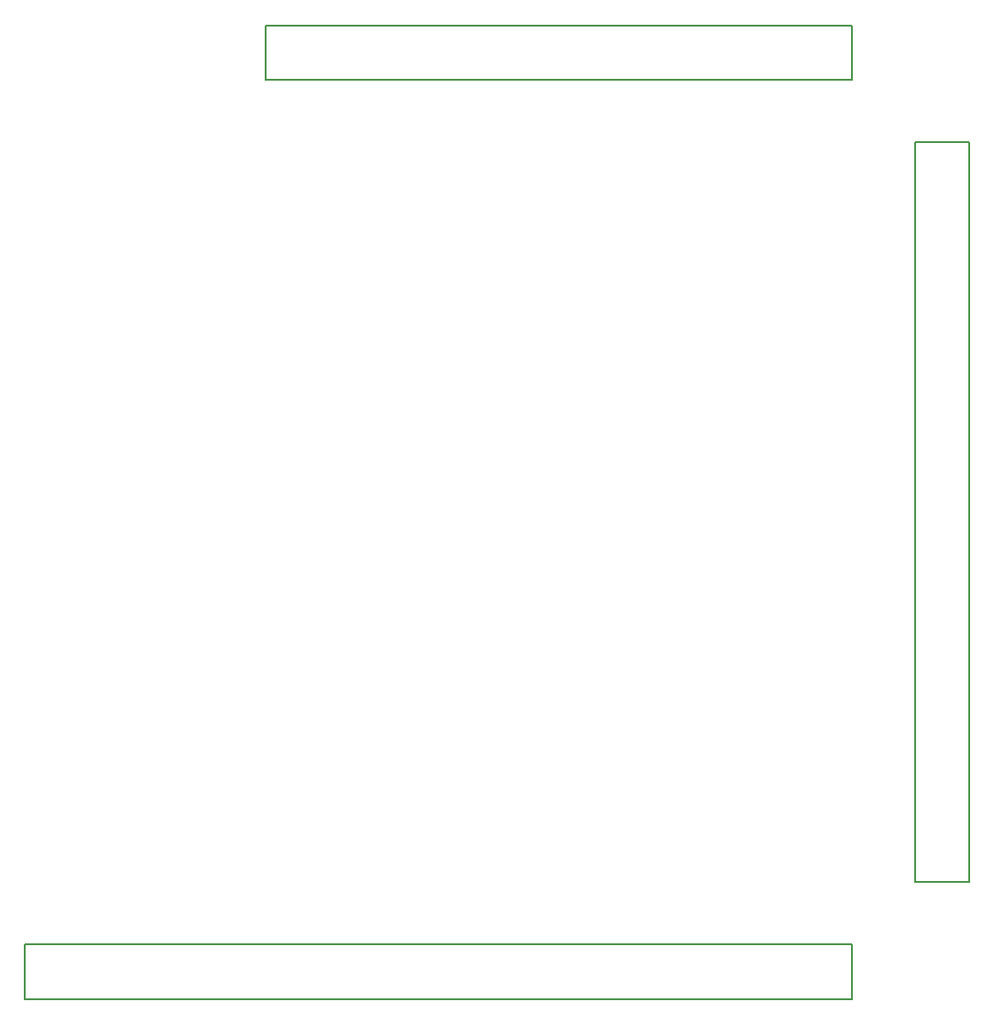
<source format=gbr>
%TF.GenerationSoftware,KiCad,Pcbnew,7.0.5*%
%TF.CreationDate,2024-01-01T18:42:22-08:00*%
%TF.ProjectId,plate,706c6174-652e-46b6-9963-61645f706362,rev?*%
%TF.SameCoordinates,Original*%
%TF.FileFunction,Legend,Bot*%
%TF.FilePolarity,Positive*%
%FSLAX46Y46*%
G04 Gerber Fmt 4.6, Leading zero omitted, Abs format (unit mm)*
G04 Created by KiCad (PCBNEW 7.0.5) date 2024-01-01 18:42:22*
%MOMM*%
%LPD*%
G01*
G04 APERTURE LIST*
%ADD10C,0.150000*%
G04 APERTURE END LIST*
D10*
X106900000Y-137200000D02*
X183400000Y-137200000D01*
X183400000Y-142200000D01*
X106900000Y-142200000D01*
X106900000Y-137200000D01*
X189200000Y-63100000D02*
X194200000Y-63100000D01*
X194200000Y-131400000D01*
X189200000Y-131400000D01*
X189200000Y-63100000D01*
X129200000Y-52300000D02*
X183400000Y-52300000D01*
X183400000Y-57300000D01*
X129200000Y-57300000D01*
X129200000Y-52300000D01*
M02*

</source>
